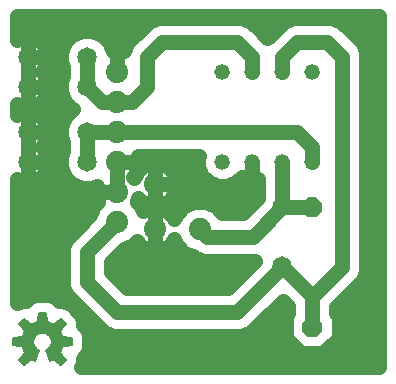
<source format=gbl>
G75*
%MOIN*%
%OFA0B0*%
%FSLAX24Y24*%
%IPPOS*%
%LPD*%
%AMOC8*
5,1,8,0,0,1.08239X$1,22.5*
%
%ADD10C,0.0520*%
%ADD11OC8,0.0660*%
%ADD12C,0.0650*%
%ADD13C,0.0740*%
%ADD14C,0.0059*%
%ADD15C,0.0500*%
D10*
X007850Y007850D03*
X008850Y007850D03*
X009850Y007850D03*
X010850Y007850D03*
X010850Y010850D03*
X009850Y010850D03*
X008850Y010850D03*
X007850Y010850D03*
D11*
X010850Y006350D03*
X010850Y002350D03*
D12*
X009850Y004366D03*
X009850Y006334D03*
X003334Y007850D03*
X003334Y008850D03*
X003334Y010350D03*
X003334Y011350D03*
X001366Y011350D03*
X001366Y010350D03*
X001366Y008850D03*
X001366Y007850D03*
D13*
X004350Y007850D03*
X004350Y006850D03*
X004350Y005850D03*
X005600Y005600D03*
X005600Y007100D03*
X007100Y005600D03*
X004350Y008850D03*
X004350Y009850D03*
X004350Y010850D03*
D14*
X001326Y001142D02*
X001177Y001142D01*
X001119Y001199D02*
X001397Y001199D01*
X001468Y001257D02*
X001085Y001257D01*
X001074Y001244D02*
X001244Y001074D01*
X001491Y001276D01*
X001591Y001225D01*
X001732Y001566D01*
X001679Y001594D01*
X001632Y001632D01*
X001594Y001679D01*
X001566Y001732D01*
X001548Y001790D01*
X001542Y001850D01*
X001549Y001913D01*
X001568Y001973D01*
X001599Y002028D01*
X001641Y002075D01*
X001691Y002113D01*
X001748Y002140D01*
X001810Y002155D01*
X001873Y002157D01*
X001935Y002146D01*
X001994Y002122D01*
X002046Y002087D01*
X002090Y002042D01*
X002125Y001989D01*
X002147Y001930D01*
X002157Y001867D01*
X002154Y001804D01*
X002138Y001743D01*
X002110Y001686D01*
X002072Y001637D01*
X002023Y001596D01*
X001968Y001566D01*
X002109Y001225D01*
X002209Y001276D01*
X002456Y001074D01*
X002626Y001244D01*
X002424Y001491D01*
X002475Y001591D01*
X002509Y001698D01*
X002827Y001730D01*
X002827Y001970D01*
X002509Y002002D01*
X002475Y002109D01*
X002424Y002209D01*
X002626Y002456D01*
X002456Y002626D01*
X002209Y002424D01*
X002109Y002475D01*
X002002Y002509D01*
X001970Y002827D01*
X001730Y002827D01*
X001698Y002509D01*
X001591Y002475D01*
X001491Y002424D01*
X001244Y002626D01*
X001074Y002456D01*
X001276Y002209D01*
X001225Y002109D01*
X001191Y002002D01*
X000873Y001970D01*
X000873Y001730D01*
X001191Y001698D01*
X001225Y001591D01*
X001276Y001491D01*
X001074Y001244D01*
X001132Y001314D02*
X001628Y001314D01*
X001604Y001257D02*
X001529Y001257D01*
X001652Y001372D02*
X001179Y001372D01*
X001225Y001429D02*
X001676Y001429D01*
X001700Y001487D02*
X001272Y001487D01*
X001249Y001544D02*
X001723Y001544D01*
X001670Y001602D02*
X001221Y001602D01*
X001203Y001660D02*
X001610Y001660D01*
X001574Y001717D02*
X001001Y001717D01*
X000873Y001775D02*
X001553Y001775D01*
X001544Y001832D02*
X000873Y001832D01*
X000873Y001890D02*
X001547Y001890D01*
X001560Y001947D02*
X000873Y001947D01*
X001192Y002005D02*
X001586Y002005D01*
X001629Y002062D02*
X001210Y002062D01*
X001231Y002120D02*
X001705Y002120D01*
X001997Y002120D02*
X002469Y002120D01*
X002490Y002062D02*
X002070Y002062D01*
X002114Y002005D02*
X002508Y002005D01*
X002440Y002178D02*
X001260Y002178D01*
X001255Y002235D02*
X002445Y002235D01*
X002492Y002293D02*
X001208Y002293D01*
X001161Y002350D02*
X002539Y002350D01*
X002586Y002408D02*
X001114Y002408D01*
X001084Y002465D02*
X001441Y002465D01*
X001370Y002523D02*
X001141Y002523D01*
X001199Y002580D02*
X001299Y002580D01*
X001572Y002465D02*
X002128Y002465D01*
X002259Y002465D02*
X002616Y002465D01*
X002559Y002523D02*
X002330Y002523D01*
X002401Y002580D02*
X002501Y002580D01*
X002001Y002523D02*
X001699Y002523D01*
X001705Y002580D02*
X001995Y002580D01*
X001989Y002638D02*
X001711Y002638D01*
X001717Y002696D02*
X001983Y002696D01*
X001977Y002753D02*
X001723Y002753D01*
X001728Y002811D02*
X001972Y002811D01*
X002140Y001947D02*
X002827Y001947D01*
X002827Y001890D02*
X002153Y001890D01*
X002155Y001832D02*
X002827Y001832D01*
X002827Y001775D02*
X002147Y001775D01*
X002126Y001717D02*
X002699Y001717D01*
X002497Y001660D02*
X002089Y001660D01*
X002031Y001602D02*
X002479Y001602D01*
X002451Y001544D02*
X001977Y001544D01*
X002000Y001487D02*
X002428Y001487D01*
X002475Y001429D02*
X002024Y001429D01*
X002048Y001372D02*
X002521Y001372D01*
X002568Y001314D02*
X002072Y001314D01*
X002096Y001257D02*
X002171Y001257D01*
X002232Y001257D02*
X002615Y001257D01*
X002581Y001199D02*
X002303Y001199D01*
X002374Y001142D02*
X002523Y001142D01*
X002466Y001084D02*
X002444Y001084D01*
X001256Y001084D02*
X001234Y001084D01*
D15*
X003150Y002705D02*
X003117Y002784D01*
X003096Y002806D01*
X003081Y002832D01*
X003015Y002887D01*
X002887Y003015D01*
X002832Y003081D01*
X002806Y003096D01*
X002784Y003117D01*
X002705Y003150D01*
X002629Y003190D01*
X002599Y003194D01*
X002571Y003205D01*
X002485Y003205D01*
X002414Y003212D01*
X002359Y003257D01*
X002298Y003318D01*
X002270Y003330D01*
X002247Y003349D01*
X002165Y003374D01*
X002085Y003406D01*
X002055Y003406D01*
X002026Y003415D01*
X001941Y003406D01*
X001759Y003406D01*
X001674Y003415D01*
X001645Y003406D01*
X001615Y003406D01*
X001535Y003374D01*
X001453Y003349D01*
X001430Y003330D01*
X001402Y003318D01*
X001341Y003257D01*
X001286Y003212D01*
X001215Y003205D01*
X001129Y003205D01*
X001101Y003194D01*
X001071Y003190D01*
X001000Y003152D01*
X001000Y007282D01*
X001067Y007243D01*
X001148Y007209D01*
X001234Y007187D01*
X001322Y007175D01*
X001366Y007175D01*
X001410Y007175D01*
X001498Y007187D01*
X001583Y007209D01*
X001665Y007243D01*
X001742Y007288D01*
X001812Y007341D01*
X001874Y007404D01*
X001928Y007474D01*
X001972Y007551D01*
X002006Y007633D01*
X002029Y007718D01*
X002041Y007806D01*
X002041Y007850D01*
X001366Y007850D01*
X002041Y007850D01*
X002041Y007894D01*
X002029Y007982D01*
X002006Y008067D01*
X001972Y008149D01*
X001928Y008226D01*
X001874Y008296D01*
X001820Y008350D01*
X001874Y008404D01*
X001928Y008474D01*
X001972Y008551D01*
X002006Y008633D01*
X002029Y008718D01*
X002041Y008806D01*
X002041Y008850D01*
X001366Y008850D01*
X002041Y008850D01*
X002041Y008894D01*
X002029Y008982D01*
X002006Y009067D01*
X001972Y009149D01*
X001928Y009226D01*
X001874Y009296D01*
X001812Y009359D01*
X001742Y009412D01*
X001665Y009457D01*
X001583Y009491D01*
X001498Y009513D01*
X001410Y009525D01*
X001366Y009525D01*
X001366Y008850D01*
X001366Y008850D01*
X001366Y007850D01*
X001366Y007850D01*
X001366Y007850D01*
X001366Y007175D01*
X001366Y007850D01*
X001366Y007850D01*
X001366Y008175D01*
X001366Y008850D01*
X001366Y008850D01*
X001366Y008850D01*
X001366Y009525D01*
X001322Y009525D01*
X001234Y009513D01*
X001148Y009491D01*
X001067Y009457D01*
X001000Y009418D01*
X001000Y009782D01*
X001067Y009743D01*
X001148Y009709D01*
X001234Y009687D01*
X001322Y009675D01*
X001366Y009675D01*
X001410Y009675D01*
X001498Y009687D01*
X001583Y009709D01*
X001665Y009743D01*
X001742Y009788D01*
X001812Y009841D01*
X001874Y009904D01*
X001928Y009974D01*
X001972Y010051D01*
X002006Y010133D01*
X002029Y010218D01*
X002041Y010306D01*
X002041Y010350D01*
X001366Y010350D01*
X002041Y010350D01*
X002041Y010394D01*
X002029Y010482D01*
X002006Y010567D01*
X001972Y010649D01*
X001928Y010726D01*
X001874Y010796D01*
X001820Y010850D01*
X001874Y010904D01*
X001928Y010974D01*
X001972Y011051D01*
X002006Y011133D01*
X002029Y011218D01*
X002041Y011306D01*
X002041Y011350D01*
X001366Y011350D01*
X002041Y011350D01*
X002041Y011394D01*
X002029Y011482D01*
X002006Y011567D01*
X001972Y011649D01*
X001928Y011726D01*
X001874Y011796D01*
X001812Y011859D01*
X001742Y011912D01*
X001665Y011957D01*
X001583Y011991D01*
X001498Y012013D01*
X001410Y012025D01*
X001366Y012025D01*
X001366Y011350D01*
X001366Y011350D01*
X001366Y011350D01*
X001366Y010350D01*
X001366Y010350D01*
X001366Y009675D01*
X001366Y010350D01*
X001366Y010350D01*
X001366Y010350D01*
X001366Y011025D01*
X001366Y011350D01*
X001366Y011350D01*
X001366Y012025D01*
X001322Y012025D01*
X001234Y012013D01*
X001148Y011991D01*
X001067Y011957D01*
X001000Y011918D01*
X001000Y012696D01*
X013070Y012696D01*
X013070Y001000D01*
X003152Y001000D01*
X003190Y001071D01*
X003194Y001101D01*
X003205Y001129D01*
X003205Y001215D01*
X003212Y001286D01*
X003257Y001341D01*
X003318Y001402D01*
X003330Y001430D01*
X003349Y001453D01*
X003374Y001535D01*
X003406Y001615D01*
X003406Y001645D01*
X003415Y001674D01*
X003406Y001759D01*
X003406Y001941D01*
X003415Y002026D01*
X003406Y002055D01*
X003406Y002085D01*
X003374Y002165D01*
X003349Y002247D01*
X003330Y002270D01*
X003318Y002298D01*
X003257Y002359D01*
X003212Y002414D01*
X003205Y002485D01*
X003205Y002571D01*
X003194Y002599D01*
X003190Y002629D01*
X003150Y002705D01*
X003085Y002825D02*
X003244Y002825D01*
X003672Y002397D02*
X003897Y002172D01*
X004191Y002050D01*
X008509Y002050D01*
X008803Y002172D01*
X009858Y003227D01*
X010050Y003034D01*
X010050Y002795D01*
X009970Y002715D01*
X009970Y001985D01*
X010485Y001470D01*
X011215Y001470D01*
X011730Y001985D01*
X011730Y002715D01*
X011650Y002795D01*
X011650Y003019D01*
X012303Y003672D01*
X012528Y003897D01*
X012650Y004191D01*
X012650Y011509D01*
X012528Y011803D01*
X012028Y012303D01*
X011803Y012528D01*
X011509Y012650D01*
X010191Y012650D01*
X009897Y012528D01*
X009397Y012028D01*
X009350Y011981D01*
X009028Y012303D01*
X008803Y012528D01*
X008509Y012650D01*
X005691Y012650D01*
X005397Y012528D01*
X004672Y011803D01*
X004562Y011539D01*
X004491Y011558D01*
X004397Y011570D01*
X004350Y011570D01*
X004350Y010850D01*
X004350Y010850D01*
X004350Y011570D01*
X004303Y011570D01*
X004209Y011558D01*
X004197Y011554D01*
X004076Y011846D01*
X003830Y012092D01*
X003508Y012225D01*
X003160Y012225D01*
X002839Y012092D01*
X002592Y011846D01*
X002459Y011524D01*
X002459Y011176D01*
X002534Y010995D01*
X002534Y010705D01*
X002459Y010524D01*
X002459Y010176D01*
X002592Y009854D01*
X002839Y009608D01*
X002858Y009600D01*
X002839Y009592D01*
X002592Y009346D01*
X002459Y009024D01*
X002459Y008676D01*
X002534Y008495D01*
X002534Y008205D01*
X002459Y008024D01*
X002459Y007676D01*
X002592Y007354D01*
X002839Y007108D01*
X003160Y006975D01*
X003508Y006975D01*
X003654Y007035D01*
X003642Y006991D01*
X003630Y006897D01*
X003630Y006850D01*
X004350Y006850D01*
X004350Y006850D01*
X004350Y007850D01*
X005070Y007850D01*
X005070Y007897D01*
X005058Y007991D01*
X005042Y008050D01*
X007056Y008050D01*
X007040Y008011D01*
X007040Y007689D01*
X007163Y007391D01*
X007391Y007163D01*
X007689Y007040D01*
X008011Y007040D01*
X008309Y007163D01*
X008498Y007352D01*
X008530Y007328D01*
X008616Y007285D01*
X008707Y007255D01*
X008802Y007240D01*
X008850Y007240D01*
X008898Y007240D01*
X008993Y007255D01*
X009050Y007274D01*
X009050Y006689D01*
X009033Y006649D01*
X008534Y006150D01*
X007851Y006150D01*
X007621Y006380D01*
X007283Y006520D01*
X006917Y006520D01*
X006579Y006380D01*
X006320Y006121D01*
X006241Y005930D01*
X006200Y006001D01*
X006142Y006076D01*
X006076Y006142D01*
X006001Y006200D01*
X005919Y006247D01*
X005832Y006283D01*
X005741Y006308D01*
X005647Y006320D01*
X005600Y006320D01*
X005600Y005600D01*
X005600Y005600D01*
X005600Y006320D01*
X005553Y006320D01*
X005459Y006308D01*
X005368Y006283D01*
X005281Y006247D01*
X005201Y006201D01*
X005130Y006371D01*
X004987Y006514D01*
X004997Y006531D01*
X005033Y006618D01*
X005041Y006646D01*
X005058Y006624D01*
X005124Y006558D01*
X005199Y006500D01*
X005281Y006453D01*
X005368Y006417D01*
X005459Y006392D01*
X005553Y006380D01*
X005600Y006380D01*
X005647Y006380D01*
X005741Y006392D01*
X005832Y006417D01*
X005919Y006453D01*
X006001Y006500D01*
X006076Y006558D01*
X006142Y006624D01*
X006200Y006699D01*
X006247Y006781D01*
X006283Y006868D01*
X006308Y006959D01*
X006320Y007053D01*
X006320Y007100D01*
X006320Y007147D01*
X006308Y007241D01*
X006283Y007332D01*
X006247Y007419D01*
X006200Y007501D01*
X006142Y007576D01*
X006076Y007642D01*
X006001Y007700D01*
X005919Y007747D01*
X005832Y007783D01*
X005741Y007808D01*
X005647Y007820D01*
X005600Y007820D01*
X005600Y007100D01*
X005600Y007100D01*
X006320Y007100D01*
X005600Y007100D01*
X005600Y007100D01*
X005600Y007820D01*
X005553Y007820D01*
X005459Y007808D01*
X005368Y007783D01*
X005281Y007747D01*
X005199Y007700D01*
X005124Y007642D01*
X005058Y007576D01*
X005000Y007501D01*
X004953Y007419D01*
X004917Y007332D01*
X004909Y007304D01*
X004892Y007326D01*
X004868Y007350D01*
X004892Y007374D01*
X004950Y007449D01*
X004997Y007531D01*
X005033Y007618D01*
X005058Y007709D01*
X005070Y007803D01*
X005070Y007850D01*
X004350Y007850D01*
X004350Y007850D01*
X004350Y007850D01*
X004350Y007570D01*
X004350Y006850D01*
X004350Y006850D01*
X003630Y006850D01*
X003630Y006803D01*
X003642Y006709D01*
X003667Y006618D01*
X003703Y006531D01*
X003713Y006514D01*
X003570Y006371D01*
X003450Y006081D01*
X002897Y005528D01*
X002672Y005303D01*
X002550Y005009D01*
X002550Y003691D01*
X002672Y003397D01*
X003672Y002397D01*
X003743Y002326D02*
X003290Y002326D01*
X003406Y001828D02*
X010128Y001828D01*
X009970Y002326D02*
X008957Y002326D01*
X009456Y002825D02*
X010050Y002825D01*
X010850Y002350D02*
X010850Y003350D01*
X011850Y004350D01*
X011850Y011350D01*
X011350Y011850D01*
X010350Y011850D01*
X009850Y011350D01*
X009850Y010850D01*
X008850Y010850D02*
X008850Y011350D01*
X008350Y011850D01*
X005850Y011850D01*
X005350Y011350D01*
X005350Y010350D01*
X004850Y009850D01*
X004350Y009850D01*
X003834Y009850D01*
X003334Y010350D01*
X003334Y011350D01*
X002573Y011798D02*
X001873Y011798D01*
X001366Y011798D02*
X001366Y011798D01*
X001000Y012296D02*
X005165Y012296D01*
X004669Y011798D02*
X004096Y011798D01*
X004350Y011299D02*
X004350Y011299D01*
X002643Y009804D02*
X001762Y009804D01*
X001366Y009804D02*
X001366Y009804D01*
X001366Y010302D02*
X001366Y010302D01*
X001366Y010801D02*
X001366Y010801D01*
X001366Y011299D02*
X001366Y011299D01*
X001870Y010801D02*
X002534Y010801D01*
X002459Y010302D02*
X002040Y010302D01*
X002040Y011299D02*
X002459Y011299D01*
X002576Y009305D02*
X001865Y009305D01*
X002041Y008807D02*
X002459Y008807D01*
X002534Y008308D02*
X001862Y008308D01*
X002041Y007810D02*
X002459Y007810D01*
X002636Y007311D02*
X001772Y007311D01*
X001366Y007311D02*
X001366Y007311D01*
X001366Y007810D02*
X001366Y007810D01*
X001366Y008308D02*
X001366Y008308D01*
X001366Y008807D02*
X001366Y008807D01*
X001366Y009305D02*
X001366Y009305D01*
X003334Y008850D02*
X003334Y007850D01*
X003334Y008850D02*
X004350Y008850D01*
X010350Y008850D01*
X010850Y008350D01*
X010850Y007850D01*
X009850Y007850D02*
X009850Y006334D01*
X008866Y005350D01*
X007350Y005350D01*
X007100Y005600D01*
X006869Y004700D02*
X006579Y004820D01*
X006320Y005079D01*
X006241Y005270D01*
X006200Y005199D01*
X006142Y005124D01*
X006076Y005058D01*
X006001Y005000D01*
X005919Y004953D01*
X005832Y004917D01*
X005741Y004892D01*
X005647Y004880D01*
X005600Y004880D01*
X005600Y005600D01*
X005600Y005600D01*
X005600Y004880D01*
X005553Y004880D01*
X005459Y004892D01*
X005368Y004917D01*
X005281Y004953D01*
X005199Y005000D01*
X005124Y005058D01*
X005058Y005124D01*
X005000Y005199D01*
X004871Y005070D01*
X004581Y004950D01*
X004150Y004519D01*
X004150Y004181D01*
X004681Y003650D01*
X008019Y003650D01*
X008919Y004550D01*
X007191Y004550D01*
X006897Y004672D01*
X006869Y004700D01*
X006583Y004819D02*
X004450Y004819D01*
X004150Y004320D02*
X008689Y004320D01*
X008190Y003822D02*
X004510Y003822D01*
X004350Y002850D02*
X008350Y002850D01*
X009850Y004350D01*
X009850Y004366D01*
X010850Y003366D01*
X010850Y003350D01*
X011650Y002825D02*
X013070Y002825D01*
X013070Y003323D02*
X011954Y003323D01*
X012453Y003822D02*
X013070Y003822D01*
X013070Y004320D02*
X012650Y004320D01*
X012650Y004819D02*
X013070Y004819D01*
X013070Y005317D02*
X012650Y005317D01*
X012650Y005816D02*
X013070Y005816D01*
X013070Y006314D02*
X012650Y006314D01*
X012650Y006813D02*
X013070Y006813D01*
X013070Y007311D02*
X012650Y007311D01*
X012650Y007810D02*
X013070Y007810D01*
X013070Y008308D02*
X012650Y008308D01*
X012650Y008807D02*
X013070Y008807D01*
X013070Y009305D02*
X012650Y009305D01*
X012650Y009804D02*
X013070Y009804D01*
X013070Y010302D02*
X012650Y010302D01*
X012650Y010801D02*
X013070Y010801D01*
X013070Y011299D02*
X012650Y011299D01*
X012531Y011798D02*
X013070Y011798D01*
X013070Y012296D02*
X012035Y012296D01*
X009665Y012296D02*
X009035Y012296D01*
X008850Y007850D02*
X008850Y007240D01*
X008850Y007850D01*
X008850Y007850D01*
X008850Y007810D02*
X008850Y007810D01*
X008850Y007311D02*
X008850Y007311D01*
X008564Y007311D02*
X008457Y007311D01*
X009050Y006813D02*
X006260Y006813D01*
X006513Y006314D02*
X005693Y006314D01*
X005600Y006314D02*
X005600Y006314D01*
X005600Y006380D02*
X005600Y007100D01*
X005600Y007100D01*
X005600Y006380D01*
X005507Y006314D02*
X005154Y006314D01*
X005600Y006813D02*
X005600Y006813D01*
X005600Y007311D02*
X005600Y007311D01*
X005600Y007810D02*
X005600Y007810D01*
X005473Y007810D02*
X005070Y007810D01*
X004911Y007311D02*
X004904Y007311D01*
X004350Y007311D02*
X004350Y007311D01*
X004350Y007810D02*
X004350Y007810D01*
X003630Y006813D02*
X001000Y006813D01*
X001000Y006314D02*
X003546Y006314D01*
X003184Y005816D02*
X001000Y005816D01*
X001000Y005317D02*
X002686Y005317D01*
X002550Y004819D02*
X001000Y004819D01*
X001000Y004320D02*
X002550Y004320D01*
X002550Y003822D02*
X001000Y003822D01*
X001000Y003323D02*
X001413Y003323D01*
X002287Y003323D02*
X002746Y003323D01*
X003350Y003850D02*
X004350Y002850D01*
X003350Y003850D02*
X003350Y004850D01*
X004350Y005850D01*
X005600Y005816D02*
X005600Y005816D01*
X005600Y005317D02*
X005600Y005317D01*
X006289Y007311D02*
X007243Y007311D01*
X007040Y007810D02*
X005727Y007810D01*
X007687Y006314D02*
X008698Y006314D01*
X009850Y006334D02*
X010834Y006334D01*
X010850Y006350D01*
X009866Y006334D02*
X009850Y006334D01*
X011730Y002326D02*
X013070Y002326D01*
X013070Y001828D02*
X011572Y001828D01*
X013070Y001329D02*
X003248Y001329D01*
M02*

</source>
